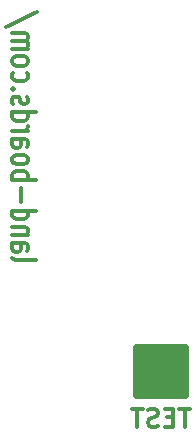
<source format=gbr>
G04 #@! TF.FileFunction,Legend,Bot*
%FSLAX46Y46*%
G04 Gerber Fmt 4.6, Leading zero omitted, Abs format (unit mm)*
G04 Created by KiCad (PCBNEW 4.0.1-stable) date 3/25/2016 2:12:27 PM*
%MOMM*%
G01*
G04 APERTURE LIST*
%ADD10C,0.150000*%
%ADD11C,0.304800*%
%ADD12C,0.650000*%
%ADD13R,2.032000X2.032000*%
%ADD14C,2.032000*%
%ADD15R,2.540000X2.235200*%
%ADD16O,2.540000X2.235200*%
%ADD17C,5.080000*%
%ADD18R,2.159000X2.159000*%
%ADD19C,1.808480*%
%ADD20R,2.540000X2.540000*%
%ADD21O,2.540000X2.540000*%
%ADD22R,2.413000X1.930400*%
%ADD23O,2.413000X1.930400*%
%ADD24R,1.930400X2.413000*%
%ADD25O,1.930400X2.413000*%
%ADD26R,2.159000X2.413000*%
%ADD27O,2.159000X2.413000*%
G04 APERTURE END LIST*
D10*
D11*
X5049762Y-33818285D02*
X5146524Y-33963427D01*
X5340048Y-34035999D01*
X7081762Y-34035999D01*
X5049762Y-32584570D02*
X6114143Y-32584570D01*
X6307667Y-32657141D01*
X6404429Y-32802284D01*
X6404429Y-33092570D01*
X6307667Y-33237713D01*
X5146524Y-32584570D02*
X5049762Y-32729713D01*
X5049762Y-33092570D01*
X5146524Y-33237713D01*
X5340048Y-33310284D01*
X5533571Y-33310284D01*
X5727095Y-33237713D01*
X5823857Y-33092570D01*
X5823857Y-32729713D01*
X5920619Y-32584570D01*
X6404429Y-31858856D02*
X5049762Y-31858856D01*
X6210905Y-31858856D02*
X6307667Y-31786284D01*
X6404429Y-31641142D01*
X6404429Y-31423427D01*
X6307667Y-31278284D01*
X6114143Y-31205713D01*
X5049762Y-31205713D01*
X5049762Y-29826856D02*
X7081762Y-29826856D01*
X5146524Y-29826856D02*
X5049762Y-29971999D01*
X5049762Y-30262285D01*
X5146524Y-30407427D01*
X5243286Y-30479999D01*
X5436810Y-30552570D01*
X6017381Y-30552570D01*
X6210905Y-30479999D01*
X6307667Y-30407427D01*
X6404429Y-30262285D01*
X6404429Y-29971999D01*
X6307667Y-29826856D01*
X5823857Y-29101142D02*
X5823857Y-27939999D01*
X5049762Y-27214285D02*
X7081762Y-27214285D01*
X6307667Y-27214285D02*
X6404429Y-27069142D01*
X6404429Y-26778856D01*
X6307667Y-26633713D01*
X6210905Y-26561142D01*
X6017381Y-26488571D01*
X5436810Y-26488571D01*
X5243286Y-26561142D01*
X5146524Y-26633713D01*
X5049762Y-26778856D01*
X5049762Y-27069142D01*
X5146524Y-27214285D01*
X5049762Y-25617714D02*
X5146524Y-25762856D01*
X5243286Y-25835428D01*
X5436810Y-25907999D01*
X6017381Y-25907999D01*
X6210905Y-25835428D01*
X6307667Y-25762856D01*
X6404429Y-25617714D01*
X6404429Y-25399999D01*
X6307667Y-25254856D01*
X6210905Y-25182285D01*
X6017381Y-25109714D01*
X5436810Y-25109714D01*
X5243286Y-25182285D01*
X5146524Y-25254856D01*
X5049762Y-25399999D01*
X5049762Y-25617714D01*
X5049762Y-23803428D02*
X6114143Y-23803428D01*
X6307667Y-23875999D01*
X6404429Y-24021142D01*
X6404429Y-24311428D01*
X6307667Y-24456571D01*
X5146524Y-23803428D02*
X5049762Y-23948571D01*
X5049762Y-24311428D01*
X5146524Y-24456571D01*
X5340048Y-24529142D01*
X5533571Y-24529142D01*
X5727095Y-24456571D01*
X5823857Y-24311428D01*
X5823857Y-23948571D01*
X5920619Y-23803428D01*
X5049762Y-23077714D02*
X6404429Y-23077714D01*
X6017381Y-23077714D02*
X6210905Y-23005142D01*
X6307667Y-22932571D01*
X6404429Y-22787428D01*
X6404429Y-22642285D01*
X5049762Y-21481142D02*
X7081762Y-21481142D01*
X5146524Y-21481142D02*
X5049762Y-21626285D01*
X5049762Y-21916571D01*
X5146524Y-22061713D01*
X5243286Y-22134285D01*
X5436810Y-22206856D01*
X6017381Y-22206856D01*
X6210905Y-22134285D01*
X6307667Y-22061713D01*
X6404429Y-21916571D01*
X6404429Y-21626285D01*
X6307667Y-21481142D01*
X5146524Y-20827999D02*
X5049762Y-20682856D01*
X5049762Y-20392571D01*
X5146524Y-20247428D01*
X5340048Y-20174856D01*
X5436810Y-20174856D01*
X5630333Y-20247428D01*
X5727095Y-20392571D01*
X5727095Y-20610285D01*
X5823857Y-20755428D01*
X6017381Y-20827999D01*
X6114143Y-20827999D01*
X6307667Y-20755428D01*
X6404429Y-20610285D01*
X6404429Y-20392571D01*
X6307667Y-20247428D01*
X5243286Y-19521714D02*
X5146524Y-19449142D01*
X5049762Y-19521714D01*
X5146524Y-19594285D01*
X5243286Y-19521714D01*
X5049762Y-19521714D01*
X5146524Y-18142857D02*
X5049762Y-18288000D01*
X5049762Y-18578286D01*
X5146524Y-18723428D01*
X5243286Y-18796000D01*
X5436810Y-18868571D01*
X6017381Y-18868571D01*
X6210905Y-18796000D01*
X6307667Y-18723428D01*
X6404429Y-18578286D01*
X6404429Y-18288000D01*
X6307667Y-18142857D01*
X5049762Y-17272000D02*
X5146524Y-17417142D01*
X5243286Y-17489714D01*
X5436810Y-17562285D01*
X6017381Y-17562285D01*
X6210905Y-17489714D01*
X6307667Y-17417142D01*
X6404429Y-17272000D01*
X6404429Y-17054285D01*
X6307667Y-16909142D01*
X6210905Y-16836571D01*
X6017381Y-16764000D01*
X5436810Y-16764000D01*
X5243286Y-16836571D01*
X5146524Y-16909142D01*
X5049762Y-17054285D01*
X5049762Y-17272000D01*
X5049762Y-16110857D02*
X6404429Y-16110857D01*
X6210905Y-16110857D02*
X6307667Y-16038285D01*
X6404429Y-15893143D01*
X6404429Y-15675428D01*
X6307667Y-15530285D01*
X6114143Y-15457714D01*
X5049762Y-15457714D01*
X6114143Y-15457714D02*
X6307667Y-15385143D01*
X6404429Y-15240000D01*
X6404429Y-15022285D01*
X6307667Y-14877143D01*
X6114143Y-14804571D01*
X5049762Y-14804571D01*
X7178524Y-12990285D02*
X4565952Y-14296571D01*
D12*
X19653000Y-45434000D02*
X19653000Y-41434000D01*
X19653000Y-41434000D02*
X15653000Y-41434000D01*
X15653000Y-41434000D02*
X15653000Y-45434000D01*
X15653000Y-41434000D02*
X19653000Y-41434000D01*
X15653000Y-41934000D02*
X19653000Y-41934000D01*
X15653000Y-42434000D02*
X19653000Y-42434000D01*
X15653000Y-42934000D02*
X19653000Y-42934000D01*
X15653000Y-43434000D02*
X19653000Y-43434000D01*
X15653000Y-43934000D02*
X19653000Y-43934000D01*
X15653000Y-44434000D02*
X19653000Y-44434000D01*
X15653000Y-45434000D02*
X19653000Y-45434000D01*
X15653000Y-44934000D02*
X19653000Y-44934000D01*
D10*
X15653000Y-45434000D02*
X19653000Y-45434000D01*
X19653000Y-45434000D02*
X19653000Y-41434000D01*
X19653000Y-41434000D02*
X15653000Y-41434000D01*
X15653000Y-41434000D02*
X15653000Y-45434000D01*
D11*
X20084143Y-46599429D02*
X19213286Y-46599429D01*
X19648715Y-48123429D02*
X19648715Y-46599429D01*
X18705286Y-47325143D02*
X18197286Y-47325143D01*
X17979572Y-48123429D02*
X18705286Y-48123429D01*
X18705286Y-46599429D01*
X17979572Y-46599429D01*
X17399000Y-48050857D02*
X17181286Y-48123429D01*
X16818429Y-48123429D01*
X16673286Y-48050857D01*
X16600715Y-47978286D01*
X16528143Y-47833143D01*
X16528143Y-47688000D01*
X16600715Y-47542857D01*
X16673286Y-47470286D01*
X16818429Y-47397714D01*
X17108715Y-47325143D01*
X17253857Y-47252571D01*
X17326429Y-47180000D01*
X17399000Y-47034857D01*
X17399000Y-46889714D01*
X17326429Y-46744571D01*
X17253857Y-46672000D01*
X17108715Y-46599429D01*
X16745857Y-46599429D01*
X16528143Y-46672000D01*
X16092714Y-46599429D02*
X15221857Y-46599429D01*
X15657286Y-48123429D02*
X15657286Y-46599429D01*
%LPC*%
D13*
X23749000Y-33020000D03*
D14*
X23749000Y-30480000D03*
X23749000Y-27940000D03*
D13*
X26289000Y-33020000D03*
D14*
X26289000Y-30480000D03*
X26289000Y-27940000D03*
D13*
X21209000Y-33020000D03*
D14*
X21209000Y-30480000D03*
X21209000Y-27940000D03*
D13*
X13589000Y-33020000D03*
D14*
X13589000Y-30480000D03*
X13589000Y-27940000D03*
D13*
X11049000Y-33020000D03*
D14*
X11049000Y-30480000D03*
X11049000Y-27940000D03*
D13*
X16129000Y-33020000D03*
D14*
X16129000Y-30480000D03*
X16129000Y-27940000D03*
D13*
X18669000Y-33020000D03*
D14*
X18669000Y-30480000D03*
X18669000Y-27940000D03*
D13*
X63627000Y-26035000D03*
D14*
X63627000Y-23495000D03*
X63627000Y-20955000D03*
D15*
X36195000Y-19812000D03*
D16*
X36195000Y-22352000D03*
X36195000Y-24892000D03*
X36195000Y-27432000D03*
X36195000Y-29972000D03*
X36195000Y-32512000D03*
X36195000Y-35052000D03*
X36195000Y-37592000D03*
D15*
X36195000Y-46863000D03*
D16*
X36195000Y-44323000D03*
X36195000Y-41783000D03*
D15*
X36195000Y-15240000D03*
D16*
X36195000Y-12700000D03*
X36195000Y-10160000D03*
X36195000Y-7620000D03*
D15*
X51435000Y-15240000D03*
D16*
X51435000Y-12700000D03*
X51435000Y-10160000D03*
X51435000Y-7620000D03*
D15*
X46355000Y-15240000D03*
D16*
X46355000Y-12700000D03*
X46355000Y-10160000D03*
X46355000Y-7620000D03*
D15*
X41275000Y-15240000D03*
D16*
X41275000Y-12700000D03*
X41275000Y-10160000D03*
X41275000Y-7620000D03*
D15*
X48895000Y-15240000D03*
D16*
X48895000Y-12700000D03*
X48895000Y-10160000D03*
D15*
X38735000Y-15240000D03*
D16*
X38735000Y-12700000D03*
X38735000Y-10160000D03*
D15*
X33655000Y-15240000D03*
D16*
X33655000Y-12700000D03*
X33655000Y-10160000D03*
D15*
X56515000Y-15240000D03*
D16*
X56515000Y-12700000D03*
X56515000Y-10160000D03*
D15*
X53975000Y-15240000D03*
D16*
X53975000Y-12700000D03*
X53975000Y-10160000D03*
D15*
X31115000Y-15240000D03*
D16*
X31115000Y-12700000D03*
X31115000Y-10160000D03*
D17*
X5715000Y-6350000D03*
X71755000Y-3175000D03*
X71755000Y-51435000D03*
X5715000Y-48260000D03*
D18*
X66675000Y-1905000D03*
D19*
X66675000Y-4445000D03*
X64135000Y-1905000D03*
X64135000Y-4445000D03*
X61595000Y-1905000D03*
X61595000Y-4445000D03*
X59055000Y-1905000D03*
X59055000Y-4445000D03*
X56515000Y-1905000D03*
X56515000Y-4445000D03*
X53975000Y-1905000D03*
X53975000Y-4445000D03*
X51435000Y-1905000D03*
X51435000Y-4445000D03*
X48895000Y-1905000D03*
X48895000Y-4445000D03*
X46355000Y-1905000D03*
X46355000Y-4445000D03*
X43815000Y-1905000D03*
X43815000Y-4445000D03*
X41275000Y-1905000D03*
X41275000Y-4445000D03*
X38735000Y-1905000D03*
X38735000Y-4445000D03*
X36195000Y-1905000D03*
X36195000Y-4445000D03*
X33655000Y-1905000D03*
X33655000Y-4445000D03*
X31115000Y-1905000D03*
X31115000Y-4445000D03*
X28575000Y-1905000D03*
X28575000Y-4445000D03*
X26035000Y-1905000D03*
X26035000Y-4445000D03*
X23495000Y-1905000D03*
X23495000Y-4445000D03*
X20955000Y-1905000D03*
X20955000Y-4445000D03*
X18415000Y-1905000D03*
X18415000Y-4445000D03*
X15875000Y-1905000D03*
X15875000Y-4445000D03*
X13335000Y-1905000D03*
X13335000Y-4445000D03*
X10795000Y-1905000D03*
X10795000Y-4445000D03*
D18*
X66675000Y-50165000D03*
D19*
X66675000Y-52705000D03*
X64135000Y-50165000D03*
X64135000Y-52705000D03*
X61595000Y-50165000D03*
X61595000Y-52705000D03*
X59055000Y-50165000D03*
X59055000Y-52705000D03*
X56515000Y-50165000D03*
X56515000Y-52705000D03*
X53975000Y-50165000D03*
X53975000Y-52705000D03*
X51435000Y-50165000D03*
X51435000Y-52705000D03*
X48895000Y-50165000D03*
X48895000Y-52705000D03*
X46355000Y-50165000D03*
X46355000Y-52705000D03*
X43815000Y-50165000D03*
X43815000Y-52705000D03*
X41275000Y-50165000D03*
X41275000Y-52705000D03*
X38735000Y-50165000D03*
X38735000Y-52705000D03*
X36195000Y-50165000D03*
X36195000Y-52705000D03*
X33655000Y-50165000D03*
X33655000Y-52705000D03*
X31115000Y-50165000D03*
X31115000Y-52705000D03*
X28575000Y-50165000D03*
X28575000Y-52705000D03*
X26035000Y-50165000D03*
X26035000Y-52705000D03*
X23495000Y-50165000D03*
X23495000Y-52705000D03*
X20955000Y-50165000D03*
X20955000Y-52705000D03*
X18415000Y-50165000D03*
X18415000Y-52705000D03*
X15875000Y-50165000D03*
X15875000Y-52705000D03*
X13335000Y-50165000D03*
X13335000Y-52705000D03*
X10795000Y-50165000D03*
X10795000Y-52705000D03*
D20*
X80772000Y-17145000D03*
D21*
X83312000Y-17145000D03*
D22*
X56388000Y-37465000D03*
D23*
X53848000Y-37465000D03*
X51308000Y-37465000D03*
D22*
X56388000Y-34925000D03*
D23*
X53848000Y-34925000D03*
X51308000Y-34925000D03*
D22*
X56388000Y-32385000D03*
D23*
X53848000Y-32385000D03*
X51308000Y-32385000D03*
D22*
X56388000Y-29845000D03*
D23*
X53848000Y-29845000D03*
X51308000Y-29845000D03*
D22*
X56388000Y-27305000D03*
D23*
X53848000Y-27305000D03*
X51308000Y-27305000D03*
D22*
X56388000Y-24765000D03*
D23*
X53848000Y-24765000D03*
X51308000Y-24765000D03*
D22*
X56388000Y-22225000D03*
D23*
X53848000Y-22225000D03*
X51308000Y-22225000D03*
D22*
X56388000Y-19685000D03*
D23*
X53848000Y-19685000D03*
X51308000Y-19685000D03*
D24*
X48895000Y-46863000D03*
D25*
X48895000Y-44323000D03*
X48895000Y-41783000D03*
D24*
X51435000Y-46863000D03*
D25*
X51435000Y-44323000D03*
X51435000Y-41783000D03*
D24*
X53975000Y-46863000D03*
D25*
X53975000Y-44323000D03*
X53975000Y-41783000D03*
D24*
X56515000Y-46863000D03*
D25*
X56515000Y-44323000D03*
X56515000Y-41783000D03*
D24*
X59055000Y-46863000D03*
D25*
X59055000Y-44323000D03*
X59055000Y-41783000D03*
D24*
X61595000Y-46863000D03*
D25*
X61595000Y-44323000D03*
X61595000Y-41783000D03*
D24*
X64135000Y-46863000D03*
D25*
X64135000Y-44323000D03*
X64135000Y-41783000D03*
D24*
X66675000Y-46863000D03*
D25*
X66675000Y-44323000D03*
X66675000Y-41783000D03*
D26*
X38735000Y-46863000D03*
D27*
X38735000Y-44323000D03*
X38735000Y-41783000D03*
D26*
X41275000Y-46863000D03*
D27*
X41275000Y-44323000D03*
X41275000Y-41783000D03*
D26*
X43815000Y-46863000D03*
D27*
X43815000Y-44323000D03*
X43815000Y-41783000D03*
D26*
X46355000Y-46863000D03*
D27*
X46355000Y-44323000D03*
X46355000Y-41783000D03*
M02*

</source>
